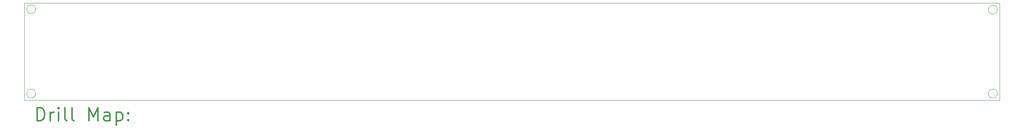
<source format=gbr>
%FSLAX45Y45*%
G04 Gerber Fmt 4.5, Leading zero omitted, Abs format (unit mm)*
G04 Created by KiCad (PCBNEW (5.1.8)-1) date 2020-12-04 09:41:29*
%MOMM*%
%LPD*%
G01*
G04 APERTURE LIST*
%TA.AperFunction,Profile*%
%ADD10C,0.100000*%
%TD*%
%TA.AperFunction,Profile*%
%ADD11C,0.050000*%
%TD*%
%ADD12C,0.200000*%
%ADD13C,0.300000*%
G04 APERTURE END LIST*
D10*
X4251000Y-8140000D02*
G75*
G03*
X4251000Y-8140000I-101000J0D01*
G01*
X25951000Y-10050000D02*
G75*
G03*
X25951000Y-10050000I-101000J0D01*
G01*
X25951000Y-8150000D02*
G75*
G03*
X25951000Y-8150000I-101000J0D01*
G01*
X4251000Y-10050000D02*
G75*
G03*
X4251000Y-10050000I-101000J0D01*
G01*
D11*
X26000000Y-10200000D02*
X26000000Y-8000000D01*
X4000000Y-10200000D02*
X26000000Y-10200000D01*
X4000000Y-8000000D02*
X4000000Y-10200000D01*
X26000000Y-8000000D02*
X4000000Y-8000000D01*
D12*
D13*
X4283928Y-10668214D02*
X4283928Y-10368214D01*
X4355357Y-10368214D01*
X4398214Y-10382500D01*
X4426786Y-10411072D01*
X4441071Y-10439643D01*
X4455357Y-10496786D01*
X4455357Y-10539643D01*
X4441071Y-10596786D01*
X4426786Y-10625357D01*
X4398214Y-10653929D01*
X4355357Y-10668214D01*
X4283928Y-10668214D01*
X4583928Y-10668214D02*
X4583928Y-10468214D01*
X4583928Y-10525357D02*
X4598214Y-10496786D01*
X4612500Y-10482500D01*
X4641071Y-10468214D01*
X4669643Y-10468214D01*
X4769643Y-10668214D02*
X4769643Y-10468214D01*
X4769643Y-10368214D02*
X4755357Y-10382500D01*
X4769643Y-10396786D01*
X4783928Y-10382500D01*
X4769643Y-10368214D01*
X4769643Y-10396786D01*
X4955357Y-10668214D02*
X4926786Y-10653929D01*
X4912500Y-10625357D01*
X4912500Y-10368214D01*
X5112500Y-10668214D02*
X5083928Y-10653929D01*
X5069643Y-10625357D01*
X5069643Y-10368214D01*
X5455357Y-10668214D02*
X5455357Y-10368214D01*
X5555357Y-10582500D01*
X5655357Y-10368214D01*
X5655357Y-10668214D01*
X5926786Y-10668214D02*
X5926786Y-10511072D01*
X5912500Y-10482500D01*
X5883928Y-10468214D01*
X5826786Y-10468214D01*
X5798214Y-10482500D01*
X5926786Y-10653929D02*
X5898214Y-10668214D01*
X5826786Y-10668214D01*
X5798214Y-10653929D01*
X5783928Y-10625357D01*
X5783928Y-10596786D01*
X5798214Y-10568214D01*
X5826786Y-10553929D01*
X5898214Y-10553929D01*
X5926786Y-10539643D01*
X6069643Y-10468214D02*
X6069643Y-10768214D01*
X6069643Y-10482500D02*
X6098214Y-10468214D01*
X6155357Y-10468214D01*
X6183928Y-10482500D01*
X6198214Y-10496786D01*
X6212500Y-10525357D01*
X6212500Y-10611072D01*
X6198214Y-10639643D01*
X6183928Y-10653929D01*
X6155357Y-10668214D01*
X6098214Y-10668214D01*
X6069643Y-10653929D01*
X6341071Y-10639643D02*
X6355357Y-10653929D01*
X6341071Y-10668214D01*
X6326786Y-10653929D01*
X6341071Y-10639643D01*
X6341071Y-10668214D01*
X6341071Y-10482500D02*
X6355357Y-10496786D01*
X6341071Y-10511072D01*
X6326786Y-10496786D01*
X6341071Y-10482500D01*
X6341071Y-10511072D01*
M02*

</source>
